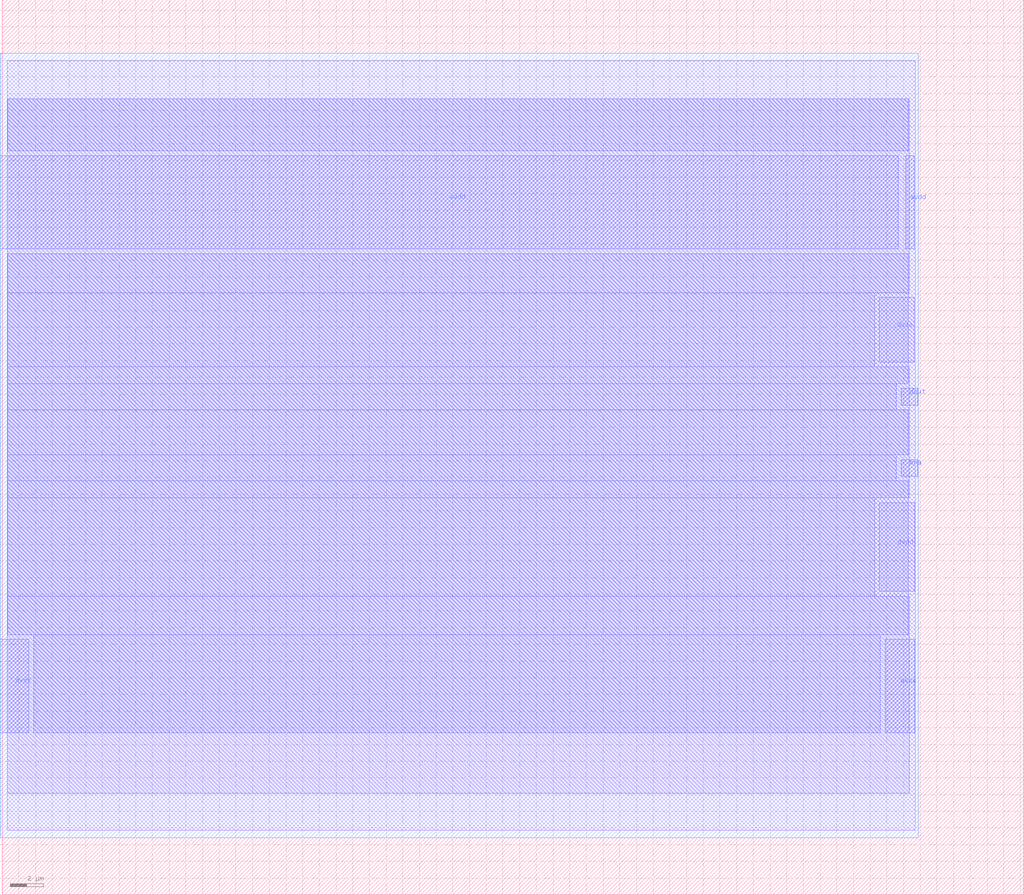
<source format=lef>
VERSION 5.7 ;
  NOWIREEXTENSIONATPIN ON ;
  DIVIDERCHAR "/" ;
  BUSBITCHARS "[]" ;
MACRO sky130_ef_ip__rc_osc_16M
  CLASS BLOCK ;
  FOREIGN sky130_ef_ip__rc_osc_16M ;
  ORIGIN 0.000 0.000 ;
  SIZE 61.210 BY 53.620 ;
  PIN avdd
    ANTENNADIFFAREA 137.480896 ;
    PORT
      LAYER met2 ;
        RECT -0.120 38.695 53.690 44.285 ;
    END
    PORT
      LAYER met2 ;
        RECT 54.130 38.695 54.630 44.285 ;
    END
  END avdd
  PIN avss
    ANTENNADIFFAREA 96.482201 ;
    PORT
      LAYER met2 ;
        RECT 52.890 9.720 54.680 15.310 ;
    END
    PORT
      LAYER met2 ;
        RECT -0.120 9.720 1.595 15.310 ;
    END
  END avss
  PIN dvss
    ANTENNADIFFAREA 5.493300 ;
    PORT
      LAYER met1 ;
        RECT 52.540 31.910 54.630 35.795 ;
    END
  END dvss
  PIN dvdd
    ANTENNADIFFAREA 5.371800 ;
    PORT
      LAYER met1 ;
        RECT 52.540 18.170 54.680 23.490 ;
    END
  END dvdd
  PIN ena
    ANTENNAGATEAREA 0.985500 ;
    ANTENNADIFFAREA 0.202500 ;
    PORT
      LAYER met2 ;
        RECT 53.850 25.070 54.850 26.070 ;
    END
  END ena
  PIN dout
    ANTENNADIFFAREA 0.731800 ;
    PORT
      LAYER met2 ;
        RECT 53.850 29.340 54.850 30.340 ;
    END
  END dout
  OBS
      LAYER nwell ;
        RECT -0.120 3.400 54.885 50.410 ;
      LAYER li1 ;
        RECT 0.310 3.865 54.705 49.970 ;
      LAYER met1 ;
        RECT 0.310 36.075 54.350 47.690 ;
        RECT 0.310 31.630 52.260 36.075 ;
        RECT 0.310 23.770 54.350 31.630 ;
        RECT 0.310 17.890 52.260 23.770 ;
        RECT 0.310 6.090 54.350 17.890 ;
      LAYER met2 ;
        RECT 0.340 44.565 54.285 47.700 ;
        RECT 0.340 30.620 54.285 38.415 ;
        RECT 0.340 29.060 53.570 30.620 ;
        RECT 0.340 26.350 54.285 29.060 ;
        RECT 0.340 24.790 53.570 26.350 ;
        RECT 0.340 15.590 54.285 24.790 ;
        RECT 1.875 9.720 52.610 15.590 ;
  END
END sky130_ef_ip__rc_osc_16M
END LIBRARY


</source>
